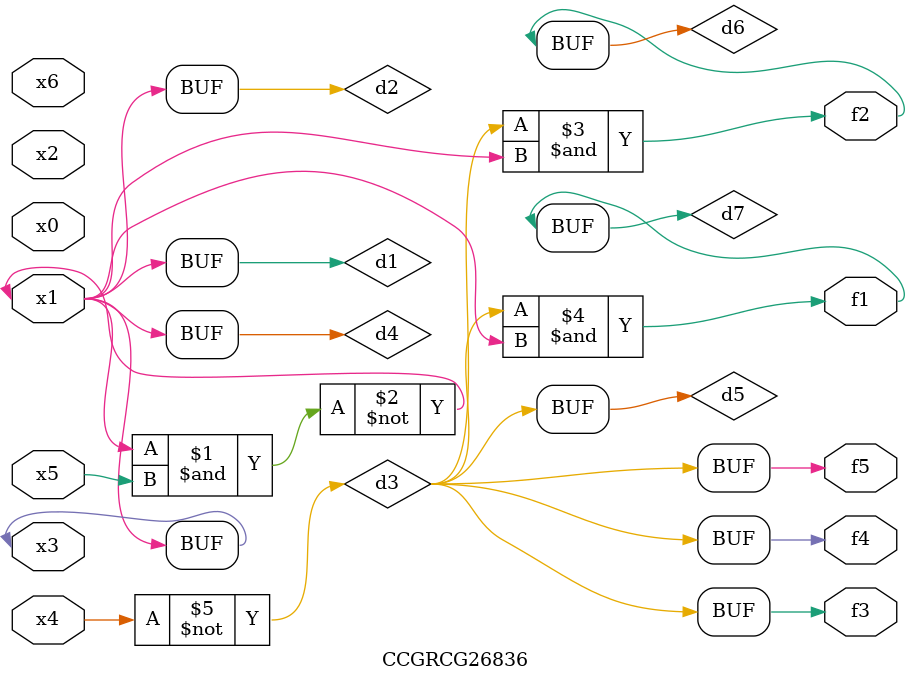
<source format=v>
module CCGRCG26836(
	input x0, x1, x2, x3, x4, x5, x6,
	output f1, f2, f3, f4, f5
);

	wire d1, d2, d3, d4, d5, d6, d7;

	buf (d1, x1, x3);
	nand (d2, x1, x5);
	not (d3, x4);
	buf (d4, d1, d2);
	buf (d5, d3);
	and (d6, d3, d4);
	and (d7, d3, d4);
	assign f1 = d7;
	assign f2 = d6;
	assign f3 = d5;
	assign f4 = d5;
	assign f5 = d5;
endmodule

</source>
